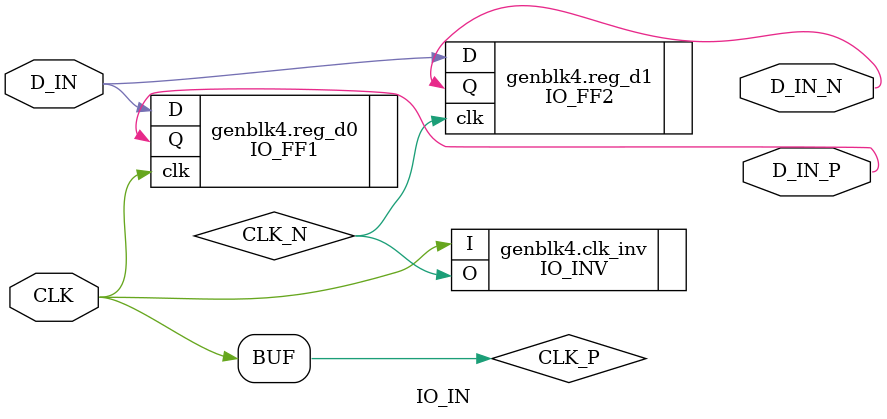
<source format=v>
`include "../ff1/io_ff1.sim.v"
`include "../ff2/io_ff2.sim.v"
`include "../inv/io_inv.sim.v"

/* Pathway into the FPGA fabric.
 * Has 4 modes of operation.
 */
(* MODES = "DISABLE; DIRECT; REGISTERED; DDR" *)
module IO_IN (
	CLK,

	D_IN,

	D_IN_P,
	D_IN_N
);
	/* Input registers clock */
	(* CLOCK *)
	input wire CLK;

	/* Signal coming in from the IO pin */
	input wire D_IN;

	(* DELAY_CONST_D_IN="10e-12" *)
	output wire D_IN_P; /* Data on positive clk edge */
	(* DELAY_CONST_D_IN="10e-12" *)
	output wire D_IN_N; /* Data on negative clk edge */

	parameter MODE = "DDR";

	/* Clock */
	wire CLK_P;
	wire CLK_N;
	assign CLK_P = CLK;
	/* assign CLK_N = ~CLK; */

	generate
		if (MODE == "DISABLE") begin
		end
		if (MODE == "DIRECT") begin
			assign D_IN_P = D_IN;
		end
		if (MODE == "REGISTERED") begin
			IO_FF1 reg_d0(.clk(CLK_P), .D(D_IN), .Q(D_IN_P));
		end
		if (MODE == "DDR") begin
			IO_INV #(.MODE("INVERT")) clk_inv(.I(CLK_P), .O(CLK_N));
			IO_FF1 reg_d0(.clk(CLK_P), .D(D_IN), .Q(D_IN_P));
			IO_FF2 reg_d1(.clk(CLK_N), .D(D_IN), .Q(D_IN_N));
		end
	endgenerate
endmodule

</source>
